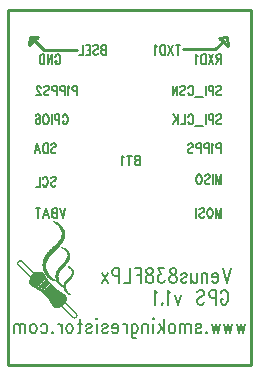
<source format=gbo>
*
*
G04 PADS 9.3 Build Number: 433611 generated Gerber (RS-274-X) file*
G04 PC Version=2.1*
*
%IN "GPS.pcb"*%
*
%MOIN*%
*
%FSDAX24Y24*%
*
*
*
*
G04 PC Standard Apertures*
*
*
G04 Thermal Relief Aperture macro.*
%AMTER*
1,1,$1,0,0*
1,0,$1-$2,0,0*
21,0,$3,$4,0,0,45*
21,0,$3,$4,0,0,135*
%
*
*
G04 Annular Aperture macro.*
%AMANN*
1,1,$1,0,0*
1,0,$2,0,0*
%
*
*
G04 Odd Aperture macro.*
%AMODD*
1,1,$1,0,0*
1,0,$1-0.005,0,0*
%
*
*
G04 PC Custom Aperture Macros*
*
*
*
*
*
*
G04 PC Aperture Table*
*
%ADD010C,0.001*%
%ADD013C,0.01*%
%ADD015C,0.005*%
%ADD036C,0.006*%
%ADD070C,0.007*%
*
*
*
*
G04 PC Circuitry*
G04 Layer Name GPS.pcb - circuitry*
%LPD*%
*
*
G04 PC Custom Flashes*
G04 Layer Name GPS.pcb - flashes*
%LPD*%
*
*
G04 PC Circuitry*
G04 Layer Name GPS.pcb - circuitry*
%LPD*%
*
G54D10*
G01X012000Y013280D02*
X012060Y013237D01*
X012108Y013184*
X012108D02*
X012137Y013122D01*
X012136Y013056*
X012110Y012994*
X012110D02*
X012069Y012938D01*
X011966Y012831*
X011966D02*
X011916Y012772D01*
X011876Y012702*
X011876D02*
X011860Y012621D01*
X011860D02*
X011868Y012542D01*
X011898Y012468*
X011950Y012408*
X012017Y012369*
X012091Y012352*
X012091D02*
X012023Y012382D01*
X012023D02*
X011967Y012426D01*
X011967D02*
X011928Y012484D01*
X011928D02*
X011908Y012550D01*
X011905Y012618*
X011905D02*
X011922Y012683D01*
X011922D02*
X011957Y012742D01*
X012004Y012796*
X012106Y012906*
X012106D02*
X012150Y012972D01*
X012150D02*
X012176Y013049D01*
X012178Y013090*
X012178D02*
X012169Y013131D01*
X012169D02*
X012128Y013200D01*
X012128D02*
X012068Y013248D01*
X012068D02*
X012000Y013280D01*
X012000*
X011794Y013920D02*
X011881Y013858D01*
X011881D02*
X011950Y013782D01*
X011950D02*
X011975Y013739D01*
X011975D02*
X011991Y013693D01*
X011991D02*
X011996Y013646D01*
X011996D02*
X011990Y013599D01*
X011990D02*
X011953Y013510D01*
X011953D02*
X011893Y013430D01*
X011893D02*
X011746Y013278D01*
X011674Y013193*
X011674D02*
X011618Y013092D01*
X011618D02*
X011601Y013035D01*
X011601D02*
X011594Y012977D01*
X011594D02*
X011606Y012863D01*
X011623Y012808*
X011623D02*
X011649Y012757D01*
X011683Y012710*
X011683D02*
X011723Y012671D01*
X011723D02*
X011819Y012615D01*
X011819D02*
X011925Y012592D01*
X011925D02*
X011828Y012634D01*
X011828D02*
X011748Y012698D01*
X011748D02*
X011692Y012780D01*
X011692D02*
X011663Y012875D01*
X011663D02*
X011659Y012973D01*
X011659D02*
X011684Y013065D01*
X011733Y013149*
X011733D02*
X011800Y013227D01*
X011800D02*
X011947Y013384D01*
X011947D02*
X012010Y013479D01*
X012010D02*
X012033Y013532D01*
X012033D02*
X012047Y013589D01*
X012047D02*
X012049Y013648D01*
X012049D02*
X012038Y013707D01*
X012013Y013760*
X012013D02*
X011979Y013805D01*
X011979D02*
X011893Y013875D01*
X011893D02*
X011794Y013920D01*
X011794D02*
X011794D01*
X011524Y014779D02*
X011649Y014682D01*
X011702Y014626*
X011747Y014564*
X011747D02*
X011781Y014499D01*
X011781D02*
X011801Y014429D01*
X011801D02*
X011805Y014359D01*
X011805D02*
X011793Y014290D01*
X011793D02*
X011768Y014223D01*
X011732Y014159*
X011732D02*
X011638Y014044D01*
X011638D02*
X011409Y013828D01*
X011296Y013706*
X011296D02*
X011247Y013636D01*
X011247D02*
X011206Y013560D01*
X011206D02*
X011178Y013477D01*
X011163Y013391*
X011161Y013304*
X011161D02*
X011163Y013283D01*
X011163D02*
X011166Y013262D01*
X011173Y013220*
X011195Y013137*
X011195D02*
X011230Y013059D01*
X011230D02*
X011277Y012988D01*
X011277D02*
X011334Y012927D01*
X011334D02*
X011401Y012876D01*
X011401D02*
X011474Y012837D01*
X011474D02*
X011550Y012810D01*
X011550D02*
X011630Y012795D01*
X011630D02*
X011556Y012826D01*
X011556D02*
X011488Y012865D01*
X011488D02*
X011427Y012911D01*
X011427D02*
X011373Y012965D01*
X011373D02*
X011329Y013025D01*
X011329D02*
X011296Y013091D01*
X011272Y013161*
X011272D02*
X011259Y013233D01*
X011259D02*
X011256Y013270D01*
X011256D02*
X011255Y013288D01*
X011255D02*
Y013307D01*
X011255D02*
X011260Y013380D01*
X011275Y013449*
X011275D02*
X011302Y013515D01*
X011302D02*
X011382Y013637D01*
X011382D02*
X011486Y013748D01*
X011486D02*
X011601Y013857D01*
X011716Y013973*
X011816Y014108*
X011816D02*
X011854Y014186D01*
X011854D02*
X011878Y014270D01*
X011878D02*
X011885Y014358D01*
X011885D02*
X011872Y014446D01*
X011839Y014526*
X011839D02*
X011791Y014597D01*
X011733Y014656*
X011668Y014706*
X011668D02*
X011598Y014747D01*
X011598D02*
X011524Y014779D01*
X011524D02*
X011524D01*
X011432Y012085D02*
X011406Y012126D01*
X011406D02*
X011710Y012437D01*
X011751Y012410*
X011751D02*
X011432Y012085D01*
X011432D02*
X011432D01*
X011154Y012421D02*
X011118Y012453D01*
X011118D02*
X011292Y012627D01*
X011385Y012725D02*
X011417Y012689D01*
X011417D02*
X011154Y012421D01*
X011154D02*
X011154D01*
X011073Y012489D02*
X011034Y012518D01*
X011317Y012807*
X011347Y012769*
X011347D02*
X011073Y012489D01*
X011073D02*
X011073D01*
X010985Y012551D02*
X010943Y012576D01*
X010943D02*
X011254Y012894D01*
X011254D02*
X011282Y012854D01*
X011282D02*
X010985Y012551D01*
X010985D02*
X010985D01*
X010818Y013008D02*
X010782Y012965D01*
X010782D02*
X010753Y012914D01*
X010753D02*
X010733Y012859D01*
X010723Y012803*
X010723D02*
X010727Y012748D01*
X010746Y012697*
X010746D02*
X010782Y012654D01*
X010782D02*
X010838Y012622D01*
X010838D02*
X010954Y012567D01*
X011062Y012498*
X011162Y012417*
X011162D02*
X011253Y012329D01*
X011334Y012236*
X011334D02*
X011404Y012143D01*
X011404D02*
X011506Y011968D01*
X011506D02*
X011531Y011935D01*
X011565Y011915*
X011565D02*
X011607Y011907D01*
X011653Y011909*
X011653D02*
X011751Y011943D01*
X011751D02*
X011839Y012008D01*
X011839*
X011901Y012096*
X011901D02*
X011933Y012194D01*
X011933D02*
X011935Y012241D01*
X011926Y012282*
X011926D02*
X011905Y012316D01*
X011905D02*
X011872Y012341D01*
X011784Y012387*
X011784D02*
X011693Y012447D01*
X011693D02*
X011510Y012599D01*
X011510D02*
X011341Y012786D01*
X011267Y012888*
X011267D02*
X011204Y012995D01*
X011170Y013039*
X011170D02*
X011127Y013070D01*
X011076Y013087*
X011076D02*
X011021Y013092D01*
X011021D02*
X010965Y013085D01*
X010965D02*
X010910Y013069D01*
X010910D02*
X010860Y013042D01*
X010860D02*
X010818Y013008D01*
X010818*
X010818*
X010876Y012927D02*
X010893Y012953D01*
X010893D02*
X010899Y012983D01*
X010893Y013013*
X010875Y013038*
X010875D02*
X010460Y013445D01*
X010460D02*
X010433Y013462D01*
X010433D02*
X010404Y013468D01*
X010374Y013462*
X010374D02*
X010348Y013444D01*
X010348D02*
X010348D01*
X010348D02*
X010331Y013418D01*
X010331D02*
X010326Y013388D01*
X010326D02*
X010332Y013359D01*
X010332D02*
X010350Y013333D01*
X010765Y012926*
X010791Y012909*
X010791D02*
X010821Y012904D01*
X010850Y012910*
X010850D02*
X010876Y012927D01*
X010876D02*
X010876D01*
X010876D02*
X010876D01*
X010758Y012919D02*
X010788Y012900D01*
X010821Y012894*
X010854Y012901*
X010883Y012920*
X010883D02*
X010902Y012950D01*
X010902D02*
X010908Y012983D01*
X010908D02*
X010901Y013016D01*
X010901D02*
X010882Y013045D01*
X010882D02*
X010466Y013452D01*
X010466D02*
X010437Y013471D01*
X010437D02*
X010404Y013477D01*
X010404D02*
X010371Y013470D01*
X010371D02*
X010342Y013451D01*
X010323Y013421*
X010323D02*
X010316Y013388D01*
X010316D02*
X010323Y013355D01*
X010323D02*
X010343Y013326D01*
X010758Y012919*
X010758D02*
X010758D01*
X011738Y012118D02*
X011721Y012092D01*
X011721D02*
X011716Y012062D01*
X011716D02*
X011722Y012033D01*
X011739Y012007*
X011739D02*
X012155Y011600D01*
X012155D02*
X012181Y011583D01*
X012181D02*
X012211Y011578D01*
X012240Y011584*
X012240D02*
X012266Y011601D01*
X012266D02*
X012266D01*
X012266D02*
X012283Y011628D01*
X012288Y011657*
X012288D02*
X012282Y011687D01*
X012282D02*
X012265Y011713D01*
X011849Y012119*
X011849D02*
X011823Y012136D01*
X011823D02*
X011794Y012142D01*
X011764Y012136*
X011764D02*
X011738Y012118D01*
X011738D02*
X011738D01*
X011738D02*
X011738D01*
X012148Y011593D02*
X012177Y011574D01*
X012177D02*
X012211Y011568D01*
X012211D02*
X012244Y011575D01*
X012273Y011595*
X012292Y011624*
X012292D02*
X012298Y011657D01*
X012298D02*
X012291Y011691D01*
X012291D02*
X012271Y011720D01*
X012271D02*
X011856Y012126D01*
X011856D02*
X011827Y012145D01*
X011827D02*
X011794Y012151D01*
X011794D02*
X011760Y012145D01*
X011760D02*
X011731Y012125D01*
X011731D02*
X011712Y012096D01*
X011712D02*
X011706Y012062D01*
X011706D02*
X011713Y012029D01*
X011713D02*
X011733Y012000D01*
X011733D02*
X012148Y011593D01*
X012148D02*
X012148D01*
X012298Y011658D02*
Y011656D01*
X012285Y011672D02*
Y011699D01*
Y011641D02*
Y011614D01*
X012273Y011701D02*
Y011718D01*
Y011612D02*
Y011595D01*
X012260Y011717D02*
Y011730D01*
Y011598D02*
Y011586D01*
X012248Y011729D02*
Y011743D01*
Y011589D02*
Y011578D01*
X012236Y011741D02*
Y011755D01*
Y011583D02*
Y011573D01*
X012223Y011753D02*
Y011767D01*
Y011580D02*
Y011571D01*
X012211Y011766D02*
Y011779D01*
Y011578D02*
Y011568D01*
X012198Y011778D02*
Y011791D01*
Y011580D02*
Y011571D01*
X012186Y011790D02*
Y011804D01*
Y011582D02*
Y011573D01*
X012173Y013041D02*
Y013111D01*
Y011816D02*
Y011802D01*
Y011577D02*
Y011588D01*
X012161Y013145D02*
Y013003D01*
Y011814D02*
Y011828D01*
Y011596D02*
Y011585D01*
X012148Y012969D02*
Y013166D01*
Y011840D02*
Y011827D01*
Y011593D02*
Y011606D01*
X012136Y013187D02*
Y013123D01*
Y012950D02*
Y013057D01*
Y011852D02*
Y011839D01*
Y011605D02*
Y011619D01*
X012124Y013204D02*
Y013150D01*
Y012931D02*
Y013026D01*
Y011864D02*
Y011851D01*
Y011617D02*
Y011631D01*
X012111Y013214D02*
Y013178D01*
Y012913D02*
Y012996D01*
Y011877D02*
Y011863D01*
Y011629D02*
Y011643D01*
X012099Y013224D02*
Y013194D01*
Y012898D02*
Y012978D01*
Y011889D02*
Y011875D01*
Y011642D02*
Y011655D01*
X012086Y013234D02*
Y013208D01*
Y012884D02*
Y012961D01*
Y012354D02*
Y012353D01*
Y011888D02*
Y011901D01*
Y011667D02*
Y011654D01*
X012074Y013222D02*
Y013244D01*
Y012945D02*
Y012871D01*
Y012356D02*
Y012360D01*
Y011913D02*
Y011900D01*
Y011666D02*
Y011680D01*
X012061Y013252D02*
Y013235D01*
Y012858D02*
Y012930D01*
Y012365D02*
Y012359D01*
Y011912D02*
Y011925D01*
Y011692D02*
Y011678D01*
X012049Y013634D02*
Y013651D01*
Y013257D02*
Y013244D01*
Y012844D02*
Y012917D01*
Y012371D02*
Y012362D01*
Y011924D02*
Y011938D01*
Y011704D02*
Y011690D01*
X012036Y013544D02*
Y013709D01*
Y013263D02*
Y013253D01*
Y012831D02*
Y012904D01*
Y012376D02*
Y012364D01*
Y011936D02*
Y011950D01*
Y011716D02*
Y011703D01*
X012024Y013510D02*
Y013736D01*
Y013268D02*
Y013262D01*
Y012818D02*
Y012892D01*
Y012382D02*
Y012367D01*
Y011948D02*
Y011962D01*
Y011728D02*
Y011715D01*
X012012Y013481D02*
Y013762D01*
Y013274D02*
Y013271D01*
Y012804D02*
Y012879D01*
Y012391D02*
Y012372D01*
Y011961D02*
Y011974D01*
Y011740D02*
Y011727D01*
X011999Y013462D02*
Y013778D01*
Y012866D02*
Y012790D01*
Y012379D02*
Y012401D01*
Y011986D02*
Y011973D01*
Y011739D02*
Y011753D01*
X011987Y013795D02*
Y013705D01*
Y013443D02*
Y013592D01*
Y012853D02*
Y012776D01*
Y012386D02*
Y012411D01*
Y011999D02*
Y011985D01*
Y011751D02*
Y011765D01*
X011974Y013809D02*
Y013741D01*
Y013425D02*
Y013562D01*
Y012840D02*
Y012762D01*
Y012394D02*
Y012421D01*
Y012011D02*
Y011997D01*
Y011764D02*
Y011777D01*
X011962Y013819D02*
Y013763D01*
Y013406D02*
Y013532D01*
Y012827D02*
Y012747D01*
Y012401D02*
Y012435D01*
Y012023D02*
Y012009D01*
Y011776D02*
Y011789D01*
X011949Y013829D02*
Y013784D01*
Y013387D02*
Y013505D01*
Y012812D02*
Y012729D01*
Y012408D02*
Y012453D01*
Y012035D02*
Y012022D01*
Y011788D02*
Y011801D01*
X011937Y013840D02*
Y013797D01*
Y013373D02*
Y013489D01*
Y012797D02*
Y012708D01*
Y012423D02*
Y012471D01*
Y012047D02*
Y012034D01*
Y011800D02*
Y011814D01*
X011924Y013850D02*
Y013811D01*
Y013360D02*
Y013472D01*
Y012782D02*
Y012686D01*
Y012592D02*
X011924D01*
Y012496D02*
Y012437D01*
Y012167D02*
Y012285D01*
Y012059D02*
Y012046D01*
Y011812D02*
Y011826D01*
X011912Y013860D02*
Y013824D01*
Y013346D02*
Y013455D01*
Y012765D02*
Y012644D01*
Y012595D02*
Y012598D01*
Y012536D02*
Y012451D01*
Y012129D02*
Y012305D01*
Y012072D02*
Y012058D01*
Y011824D02*
Y011838D01*
X011900Y013870D02*
Y013838D01*
Y013333D02*
Y013438D01*
Y012743D02*
Y012603D01*
Y012466D02*
Y012598D01*
Y012320D02*
Y012094D01*
Y012070D02*
Y012084D01*
Y011850D02*
Y011837D01*
X011887Y013852D02*
Y013878D01*
Y013424D02*
Y013320D01*
Y012608D02*
Y012721D01*
Y012600D02*
Y012494D01*
Y012096D02*
Y012330D01*
Y012083D02*
Y012076D01*
Y011849D02*
Y011862D01*
X011875Y014427D02*
Y014259D01*
Y013863D02*
Y013883D01*
Y013411D02*
Y013306D01*
Y012614D02*
Y012693D01*
Y012603D02*
Y012525D01*
Y012108D02*
Y012339D01*
Y012095D02*
Y012058D01*
Y011861D02*
Y011875D01*
X011862Y014469D02*
Y014216D01*
Y013872D02*
Y013889D01*
Y013398D02*
Y013293D01*
Y012619D02*
Y012634D01*
Y012606D02*
Y012596D01*
Y012120D02*
Y012346D01*
Y012107D02*
Y012041D01*
Y011873D02*
Y011887D01*
X011850Y014499D02*
Y014178D01*
Y013880D02*
Y013895D01*
Y013385D02*
Y013280D01*
Y012609D02*
Y012625D01*
Y012352D02*
Y012130D01*
Y012023D02*
Y012119D01*
Y011899D02*
Y011885D01*
X011837Y014153D02*
Y014528D01*
Y013900D02*
Y013889D01*
Y013266D02*
Y013372D01*
Y012630D02*
Y012611D01*
Y012139D02*
Y012359D01*
Y012127D02*
Y012007D01*
Y011898D02*
Y011911D01*
X011825Y014547D02*
Y014127D01*
Y013898D02*
Y013906D01*
Y013360D02*
Y013253D01*
Y012614D02*
Y012637D01*
Y012366D02*
Y012146D01*
Y011998D02*
Y012135D01*
Y011923D02*
Y011910D01*
X011812Y014104D02*
Y014565D01*
Y013912D02*
Y013907D01*
Y013240D02*
Y013347D01*
Y012647D02*
Y012619D01*
Y012148D02*
Y012372D01*
Y012138D02*
Y011988D01*
Y011922D02*
Y011936D01*
X011800Y014583D02*
Y014432D01*
Y014087D02*
Y014329D01*
Y013917D02*
Y013916D01*
Y013226D02*
Y013334D01*
Y012657D02*
Y012626D01*
Y012150D02*
Y012379D01*
Y012141D02*
Y011979D01*
Y011934D02*
Y011948D01*
X011788Y014600D02*
Y014476D01*
Y014070D02*
Y014274D01*
Y013321D02*
Y013212D01*
Y012634D02*
Y012667D01*
Y012386D02*
Y012150D01*
Y011970D02*
Y012141D01*
Y011960D02*
Y011946D01*
X011775Y014510D02*
Y014613D01*
Y014242D02*
Y014053D01*
Y013198D02*
Y013308D01*
Y012676D02*
Y012641D01*
Y012148D02*
Y012393D01*
Y012138D02*
Y011972D01*
Y011959D02*
Y011961D01*
X011763Y014625D02*
Y014534D01*
Y014036D02*
Y014213D01*
Y013295D02*
Y013183D01*
Y012648D02*
Y012686D01*
Y012402D02*
Y012145D01*
Y011984D02*
Y012135D01*
Y011971D02*
Y011952D01*
X011750Y014558D02*
Y014638D01*
Y014191D02*
Y014019D01*
Y013169D02*
Y013283D01*
Y012696D02*
Y012655D01*
Y012410D02*
Y012411D01*
Y012409D02*
Y012138D01*
Y011996D02*
Y012126D01*
Y011983D02*
Y011943D01*
X011738Y014577D02*
Y014651D01*
Y014169D02*
Y014003D01*
Y013154D02*
Y013269D01*
Y012713D02*
Y012662D01*
Y012418D02*
Y012419D01*
Y012397D02*
Y012129D01*
Y012009D02*
Y012117D01*
Y011995D02*
Y011938D01*
X011725Y014594D02*
Y014662D01*
Y014151D02*
Y013986D01*
Y013135D02*
Y013254D01*
Y012731D02*
Y012670D01*
Y012426D02*
Y012427D01*
Y012384D02*
Y012116D01*
Y012028D02*
Y012098D01*
Y012011D02*
Y011934D01*
X011713Y014611D02*
Y014671D01*
Y014135D02*
Y013970D01*
Y013114D02*
Y013239D01*
Y012750D02*
Y012681D01*
Y012434D02*
Y012435D01*
Y012371D02*
Y012096D01*
Y011930D02*
Y012030D01*
X011700Y014681D02*
Y014627D01*
Y013957D02*
Y014120D01*
Y013224D02*
Y013093D01*
Y012693D02*
Y012768D01*
Y012442D02*
Y012427D01*
Y011926D02*
Y012359D01*
X011688Y014690D02*
Y014641D01*
Y013945D02*
Y014105D01*
Y013209D02*
Y013072D01*
Y012705D02*
Y012793D01*
Y012451D02*
Y012414D01*
Y011921D02*
Y012346D01*
X011676Y014700D02*
Y014654D01*
Y013932D02*
Y014090D01*
Y013194D02*
Y013034D01*
Y012720D02*
Y012834D01*
Y012462D02*
Y012402D01*
Y011917D02*
Y012333D01*
X011663Y014709D02*
Y014667D01*
Y013919D02*
Y014074D01*
Y013172D02*
Y012987D01*
Y012737D02*
Y012875D01*
Y012472D02*
Y012389D01*
Y011913D02*
Y012320D01*
X011651Y014716D02*
Y014680D01*
Y013907D02*
Y014059D01*
Y013150D02*
Y012754D01*
Y012376D02*
Y012482D01*
Y012308D02*
Y011909D01*
X011638Y014690D02*
Y014723D01*
Y014044D02*
Y013894D01*
Y012778D02*
Y013128D01*
Y012493D02*
Y012363D01*
Y011908D02*
Y012295D01*
X011626Y014731D02*
Y014700D01*
Y013882D02*
Y014032D01*
Y013106D02*
Y012803D01*
Y012796D02*
Y012797D01*
Y012503D02*
Y012351D01*
Y011908D02*
Y012282D01*
X011613Y014738D02*
Y014710D01*
Y013869D02*
Y014020D01*
Y013076D02*
Y012839D01*
Y012798D02*
Y012802D01*
Y012513D02*
Y012338D01*
Y011907D02*
Y012270D01*
X011601Y014745D02*
Y014719D01*
Y013857D02*
Y014009D01*
Y013033D02*
Y012910D01*
Y012801D02*
Y012807D01*
Y012524D02*
Y012325D01*
Y011908D02*
Y012257D01*
X011588Y014751D02*
Y014729D01*
Y013845D02*
Y013997D01*
Y012813D02*
Y012803D01*
Y012313D02*
Y012534D01*
Y012244D02*
Y011910D01*
X011576Y014739D02*
Y014757D01*
Y013985D02*
Y013833D01*
Y012805D02*
Y012818D01*
Y012544D02*
Y012300D01*
Y011913D02*
Y012232D01*
X011564Y014762D02*
Y014748D01*
Y013821D02*
Y013974D01*
Y012823D02*
Y012808D01*
Y012287D02*
Y012555D01*
Y012219D02*
Y011916D01*
X011551Y014758D02*
Y014767D01*
Y013962D02*
Y013809D01*
Y012810D02*
Y012829D01*
Y012565D02*
Y012275D01*
Y011923D02*
Y012206D01*
X011539Y014773D02*
Y014768D01*
Y013798D02*
Y013950D01*
Y012836D02*
Y012814D01*
Y012262D02*
Y012576D01*
Y012193D02*
Y011930D01*
X011526Y014778D02*
X011526D01*
Y013939D02*
Y013786D01*
Y012819D02*
Y012843D01*
Y012586D02*
Y012249D01*
Y011941D02*
Y012181D01*
X011514Y013927D02*
Y013774D01*
Y012823D02*
Y012850D01*
Y012596D02*
Y012236D01*
Y011958D02*
Y012168D01*
X011501Y013915D02*
Y013762D01*
Y012828D02*
Y012857D01*
Y012609D02*
Y012224D01*
Y011976D02*
Y012155D01*
X011489Y013903D02*
Y013750D01*
Y012832D02*
Y012864D01*
Y012623D02*
Y012211D01*
Y011998D02*
Y012143D01*
X011476Y013892D02*
Y013737D01*
Y012836D02*
Y012874D01*
Y012636D02*
Y012198D01*
Y012019D02*
Y012130D01*
X011464Y013880D02*
Y013724D01*
Y012843D02*
Y012883D01*
Y012650D02*
Y012186D01*
Y012040D02*
Y012117D01*
X011452Y013868D02*
Y013711D01*
Y012849D02*
Y012893D01*
Y012664D02*
Y012173D01*
Y012061D02*
Y012104D01*
X011439Y013857D02*
Y013698D01*
Y012856D02*
Y012902D01*
Y012678D02*
Y012160D01*
Y012083D02*
Y012092D01*
X011427Y013845D02*
Y013684D01*
Y012863D02*
Y012911D01*
Y012691D02*
Y012147D01*
Y012093D02*
Y012104D01*
X011414Y013833D02*
Y013671D01*
Y012869D02*
Y012924D01*
Y012705D02*
Y012692D01*
Y012135D02*
Y012686D01*
Y012125D02*
Y012113D01*
X011402Y013658D02*
Y013820D01*
Y012937D02*
Y012876D01*
Y012706D02*
Y012719D01*
Y012674D02*
Y012146D01*
X011389Y013645D02*
Y013807D01*
Y012949D02*
Y012885D01*
Y012719D02*
Y012732D01*
Y012661D02*
Y012162D01*
X011377Y013629D02*
Y013793D01*
Y012962D02*
Y012895D01*
Y012717D02*
Y012746D01*
Y012648D02*
Y012179D01*
X011364Y013610D02*
Y013780D01*
Y012977D02*
Y012904D01*
Y012704D02*
Y012760D01*
Y012636D02*
Y012196D01*
X011352Y013591D02*
Y013766D01*
Y012994D02*
Y012913D01*
Y012691D02*
Y012773D01*
Y012623D02*
Y012212D01*
X011340Y013572D02*
Y013753D01*
Y013011D02*
Y012923D01*
Y012778D02*
Y012788D01*
Y012762D02*
Y012679D01*
Y012229D02*
Y012610D01*
X011327Y013739D02*
Y013553D01*
Y012934D02*
Y013029D01*
Y012805D02*
Y012794D01*
Y012666D02*
Y012749D01*
Y012598D02*
Y012244D01*
X011315Y013534D02*
Y013726D01*
Y013054D02*
Y012948D01*
Y012805D02*
Y012822D01*
Y012736D02*
Y012653D01*
Y012258D02*
Y012585D01*
X011302Y013712D02*
Y013515D01*
Y012961D02*
Y013078D01*
Y012840D02*
Y012792D01*
Y012641D02*
Y012724D01*
Y012572D02*
Y012272D01*
X011290Y013485D02*
Y013696D01*
Y013108D02*
Y012974D01*
Y012779D02*
Y012857D01*
Y012711D02*
Y012628D01*
Y012287D02*
Y012559D01*
X011277Y013679D02*
Y013454D01*
Y012988D02*
Y013146D01*
Y012874D02*
Y012860D01*
Y012767D02*
Y012850D01*
Y012698D02*
Y012615D01*
Y012301D02*
Y012547D01*
X011265Y013661D02*
Y013403D01*
Y013006D02*
Y013201D01*
Y012892D02*
Y012878D01*
Y012754D02*
Y012837D01*
Y012686D02*
Y012602D01*
Y012315D02*
Y012534D01*
X011252Y013644D02*
Y013025D01*
Y012893D02*
Y012913D01*
Y012824D02*
Y012741D01*
Y012590D02*
Y012673D01*
Y012521D02*
Y012329D01*
X011240Y013044D02*
Y013623D01*
Y012934D02*
Y012880D01*
Y012729D02*
Y012812D01*
Y012660D02*
Y012577D01*
Y012341D02*
Y012509D01*
X011228Y013599D02*
Y013064D01*
Y012867D02*
Y012955D01*
Y012799D02*
Y012716D01*
Y012564D02*
Y012647D01*
Y012496D02*
Y012353D01*
X011215Y013092D02*
Y013576D01*
Y012976D02*
Y012855D01*
Y012703D02*
Y012786D01*
Y012635D02*
Y012552D01*
Y012365D02*
Y012483D01*
X011203Y013549D02*
Y013120D01*
Y012842D02*
Y012997D01*
Y012774D02*
Y012690D01*
Y012539D02*
Y012622D01*
Y012470D02*
Y012377D01*
X011190Y013156D02*
Y013513D01*
Y013013D02*
Y012829D01*
Y012678D02*
Y012761D01*
Y012609D02*
Y012526D01*
Y012389D02*
Y012458D01*
X011178Y013477D02*
Y013202D01*
Y012817D02*
Y013030D01*
Y012748D02*
Y012665D01*
Y012513D02*
Y012597D01*
Y012445D02*
Y012401D01*
X011165Y013267D02*
Y013406D01*
Y013043D02*
Y012804D01*
Y012652D02*
Y012736D01*
Y012584D02*
Y012501D01*
Y012414D02*
Y012432D01*
X011153Y013052D02*
Y012791D01*
Y012640D02*
Y012723D01*
Y012571D02*
Y012488D01*
Y012422D02*
Y012424D01*
X011140Y013060D02*
Y012779D01*
Y012627D02*
Y012710D01*
Y012559D02*
Y012475D01*
Y012433D02*
Y012434D01*
X011128Y013069D02*
Y012766D01*
Y012614D02*
Y012697D01*
Y012546D02*
Y012463D01*
Y012444D02*
X011128D01*
X011116Y013073D02*
Y012753D01*
Y012602D02*
Y012685D01*
Y012533D02*
Y012454D01*
X011103Y012740D02*
Y013078D01*
Y012672D02*
Y012589D01*
Y012464D02*
Y012520D01*
X011091Y013082D02*
Y012728D01*
Y012576D02*
Y012659D01*
Y012508D02*
Y012474D01*
X011078Y012715D02*
Y013086D01*
Y012647D02*
Y012563D01*
Y012484D02*
Y012495D01*
X011066Y013088D02*
Y012702D01*
Y012551D02*
Y012634D01*
Y012494D02*
X011066D01*
X011053Y012690D02*
Y013089D01*
Y012621D02*
Y012538D01*
Y012503D02*
Y012504D01*
X011041Y013090D02*
Y012677D01*
Y012525D02*
Y012608D01*
Y012513D02*
Y012511D01*
X011028Y012664D02*
Y013091D01*
Y012596D02*
Y012519D01*
X011016Y012651D02*
Y013091D01*
Y012583D02*
Y012527D01*
X011004Y012639D02*
Y013090D01*
Y012570D02*
Y012535D01*
X010991Y012626D02*
Y013088D01*
Y012558D02*
Y012543D01*
X010979Y012613D02*
Y013087D01*
Y012555D02*
Y012551D01*
X010966Y012601D02*
Y013086D01*
Y012562D02*
Y012559D01*
X010954Y012588D02*
Y013082D01*
Y012570D02*
Y012567D01*
X010941Y012573D02*
Y013078D01*
X010929Y013074D02*
Y012579D01*
X010916Y012585D02*
Y013071D01*
X010904Y013065D02*
Y013004D01*
Y012591D02*
Y012960D01*
X010892Y013059D02*
Y013031D01*
Y012951D02*
Y013014D01*
Y012934D02*
Y012597D01*
X010879Y013048D02*
Y013052D01*
Y013032D02*
Y012932D01*
Y012602D02*
Y012918D01*
X010867Y013060D02*
Y013047D01*
Y012921D02*
Y013046D01*
Y012909D02*
Y012608D01*
X010854Y013059D02*
Y013072D01*
Y013038D02*
Y012912D01*
Y012614D02*
Y012901D01*
X010842Y013084D02*
Y013071D01*
Y012908D02*
Y013028D01*
Y012898D02*
Y012620D01*
X010829Y013083D02*
Y013097D01*
Y013017D02*
Y012905D01*
Y012627D02*
Y012896D01*
X010817Y013109D02*
Y013095D01*
Y012904D02*
Y013007D01*
Y012895D02*
Y012634D01*
X010804Y013107D02*
Y013121D01*
Y012992D02*
Y012907D01*
Y012642D02*
Y012897D01*
X010792Y013133D02*
Y013120D01*
Y012909D02*
Y012976D01*
Y012899D02*
Y012649D01*
X010780Y013132D02*
Y013145D01*
Y012960D02*
Y012916D01*
Y012658D02*
Y012905D01*
X010767Y013158D02*
Y013144D01*
Y012925D02*
Y012938D01*
Y012913D02*
Y012672D01*
X010755Y013156D02*
Y013170D01*
Y012936D02*
Y012923D01*
Y012687D02*
Y012916D01*
X010742Y013182D02*
Y013168D01*
Y012935D02*
Y012948D01*
Y012884D02*
Y012707D01*
X010730Y013181D02*
Y013194D01*
Y012960D02*
Y012947D01*
Y012740D02*
Y012841D01*
X010717Y013206D02*
Y013193D01*
Y012959D02*
Y012973D01*
X010705Y013218D02*
Y013205D01*
Y012971D02*
Y012985D01*
X010692Y013231D02*
Y013217D01*
Y012983D02*
Y012997D01*
X010680Y013243D02*
Y013229D01*
Y012996D02*
Y013009D01*
X010668Y013255D02*
Y013242D01*
Y013008D02*
Y013021D01*
X010655Y013267D02*
Y013254D01*
Y013020D02*
Y013034D01*
X010643Y013279D02*
Y013266D01*
Y013032D02*
Y013046D01*
X010630Y013292D02*
Y013278D01*
Y013044D02*
Y013058D01*
X010618Y013304D02*
Y013290D01*
Y013057D02*
Y013070D01*
X010605Y013316D02*
Y013302D01*
Y013069D02*
Y013082D01*
X010593Y013328D02*
Y013315D01*
Y013081D02*
Y013094D01*
X010580Y013340D02*
Y013327D01*
Y013093D02*
Y013107D01*
X010568Y013353D02*
Y013339D01*
Y013105D02*
Y013119D01*
X010556Y013365D02*
Y013351D01*
Y013118D02*
Y013131D01*
X010543Y013377D02*
Y013363D01*
Y013130D02*
Y013143D01*
X010531Y013389D02*
Y013376D01*
Y013142D02*
Y013155D01*
X010518Y013401D02*
Y013388D01*
Y013154D02*
Y013168D01*
X010506Y013413D02*
Y013400D01*
Y013166D02*
Y013180D01*
X010493Y013426D02*
Y013412D01*
Y013179D02*
Y013192D01*
X010481Y013438D02*
Y013424D01*
Y013191D02*
Y013204D01*
X010468Y013450D02*
Y013437D01*
Y013203D02*
Y013216D01*
X010456Y013459D02*
Y013448D01*
Y013215D02*
Y013229D01*
X010444Y013467D02*
Y013456D01*
Y013227D02*
Y013241D01*
X010431Y013472D02*
Y013463D01*
Y013239D02*
Y013253D01*
X010419Y013474D02*
Y013465D01*
Y013252D02*
Y013265D01*
X010406Y013477D02*
Y013467D01*
Y013264D02*
Y013277D01*
X010394Y013475D02*
Y013465D01*
Y013276D02*
Y013289D01*
X010381Y013473D02*
Y013463D01*
Y013288D02*
Y013302D01*
X010369Y013469D02*
Y013458D01*
Y013300D02*
Y013314D01*
X010356Y013461D02*
Y013449D01*
Y013313D02*
Y013326D01*
X010344Y013452D02*
Y013437D01*
Y013325D02*
Y013341D01*
X010332Y013435D02*
Y013418D01*
Y013343D02*
Y013361D01*
X010319Y013403D02*
Y013375D01*
G54D13*
X010000Y010000D02*
Y021811D01*
X018110*
Y010000*
X010000*
X010720Y020640D02*
X010732Y020922D01*
X010732D02*
X011014Y020910D01*
X011014D02*
X010720Y020640D01*
X017040Y020880D02*
X017321Y020911D01*
X017352Y020630*
X017040Y020880*
X017200Y020800D02*
X016920Y020520D01*
X015840*
X010800Y020880D02*
X011200Y020480D01*
X012320*
G54D15*
X014400Y016968D02*
Y016640D01*
Y016968D02*
X014297D01*
X014297D02*
X014263Y016952D01*
X014263D02*
X014252Y016936D01*
X014252D02*
X014240Y016905D01*
X014240D02*
Y016874D01*
X014240D02*
X014252Y016843D01*
X014263Y016827*
X014263D02*
X014297Y016811D01*
X014400D02*
X014297D01*
X014297D02*
X014263Y016796D01*
X014263D02*
X014252Y016780D01*
X014252D02*
X014240Y016749D01*
X014240D02*
Y016702D01*
X014240D02*
X014252Y016671D01*
X014263Y016655*
X014263D02*
X014297Y016640D01*
X014297D02*
X014400D01*
X014059Y016968D02*
Y016640D01*
X014138Y016968D02*
X013979D01*
X013877Y016905D02*
X013854Y016921D01*
X013854D02*
X013820Y016968D01*
Y016640*
G54D36*
X011589Y020259D02*
X011600Y020290D01*
X011600D02*
X011623Y020321D01*
X011623D02*
X011646Y020337D01*
X011646D02*
X011691D01*
X011691D02*
X011714Y020321D01*
X011714D02*
X011737Y020290D01*
X011737D02*
X011748Y020259D01*
X011748D02*
X011760Y020212D01*
X011760D02*
Y020134D01*
X011748Y020087*
X011748D02*
X011737Y020056D01*
X011714Y020025*
X011714D02*
X011691Y020009D01*
X011691D02*
X011646D01*
X011623Y020025*
X011623D02*
X011600Y020056D01*
X011600D02*
X011589Y020087D01*
X011589D02*
Y020134D01*
X011646D02*
X011589D01*
X011487Y020337D02*
Y020009D01*
Y020337D02*
X011328Y020009D01*
Y020337D02*
Y020009D01*
X011225Y020337D02*
Y020009D01*
Y020337D02*
X011146D01*
X011146D02*
X011112Y020321D01*
X011112D02*
X011089Y020290D01*
X011089D02*
X011078Y020259D01*
X011066Y020212*
X011066D02*
Y020134D01*
X011066D02*
X011078Y020087D01*
X011078D02*
X011089Y020056D01*
X011089D02*
X011112Y020025D01*
X011146Y020009*
X011225*
X012320Y019297D02*
Y018969D01*
Y019297D02*
X012217D01*
X012217D02*
X012183Y019281D01*
X012183D02*
X012172Y019266D01*
X012160Y019235*
X012160D02*
Y019188D01*
X012160D02*
X012172Y019156D01*
X012172D02*
X012183Y019141D01*
X012183D02*
X012217Y019125D01*
X012217D02*
X012320D01*
X012058Y019235D02*
X012035Y019250D01*
X012035D02*
X012001Y019297D01*
X012001D02*
Y018969D01*
X011899Y019297D02*
Y018969D01*
Y019297D02*
X011797D01*
X011797D02*
X011763Y019281D01*
X011763D02*
X011751Y019266D01*
X011751D02*
X011740Y019235D01*
Y019188*
X011751Y019156*
X011751D02*
X011763Y019141D01*
X011797Y019125*
X011797D02*
X011899D01*
X011638Y019297D02*
Y018969D01*
Y019297D02*
X011535D01*
X011535D02*
X011501Y019281D01*
X011501D02*
X011490Y019266D01*
X011479Y019235*
Y019188*
X011490Y019156*
X011490D02*
X011501Y019141D01*
X011501D02*
X011535Y019125D01*
X011535D02*
X011638D01*
X011217Y019250D02*
X011240Y019281D01*
X011240D02*
X011274Y019297D01*
X011274D02*
X011320D01*
X011320D02*
X011354Y019281D01*
X011354D02*
X011376Y019250D01*
X011376D02*
Y019219D01*
X011376D02*
X011365Y019188D01*
X011354Y019172*
X011354D02*
X011331Y019156D01*
X011331D02*
X011263Y019125D01*
X011263D02*
X011240Y019110D01*
X011229Y019094*
X011217Y019063*
X011217D02*
Y019016D01*
X011217D02*
X011240Y018985D01*
X011274Y018969*
X011274D02*
X011320D01*
X011354Y018985*
X011376Y019016*
X011104Y019219D02*
Y019235D01*
X011092Y019266*
X011092D02*
X011081Y019281D01*
X011081D02*
X011058Y019297D01*
X011058D02*
X011013D01*
X011013D02*
X010990Y019281D01*
X010990D02*
X010979Y019266D01*
X010967Y019235*
X010967D02*
Y019203D01*
X010967D02*
X010979Y019172D01*
X010979D02*
X011001Y019125D01*
X011001D02*
X011115Y018969D01*
X010956*
X011829Y018259D02*
X011840Y018290D01*
X011840D02*
X011863Y018321D01*
X011863D02*
X011886Y018337D01*
X011886D02*
X011931D01*
X011931D02*
X011954Y018321D01*
X011954D02*
X011977Y018290D01*
X011977D02*
X011988Y018259D01*
X011988D02*
X012000Y018212D01*
X012000D02*
Y018134D01*
X011988Y018087*
X011988D02*
X011977Y018056D01*
X011954Y018025*
X011954D02*
X011931Y018009D01*
X011931D02*
X011886D01*
X011863Y018025*
X011863D02*
X011840Y018056D01*
X011840D02*
X011829Y018087D01*
X011829D02*
Y018134D01*
X011886D02*
X011829D01*
X011727Y018337D02*
Y018009D01*
Y018337D02*
X011625D01*
X011625D02*
X011590Y018321D01*
X011590D02*
X011579Y018306D01*
X011579D02*
X011568Y018275D01*
Y018228*
X011579Y018196*
X011579D02*
X011590Y018181D01*
X011590D02*
X011625Y018165D01*
X011625D02*
X011727D01*
X011465Y018337D02*
Y018009D01*
X011295Y018337D02*
X011318Y018321D01*
X011318D02*
X011340Y018290D01*
X011340D02*
X011352Y018259D01*
X011363Y018212*
X011363D02*
Y018134D01*
X011363D02*
X011352Y018087D01*
X011352D02*
X011340Y018056D01*
X011340D02*
X011318Y018025D01*
X011295Y018009*
X011250*
X011227Y018025*
X011204Y018056*
X011204D02*
X011193Y018087D01*
X011193D02*
X011181Y018134D01*
X011181D02*
Y018212D01*
X011181D02*
X011193Y018259D01*
X011204Y018290*
X011204D02*
X011227Y018321D01*
X011227D02*
X011250Y018337D01*
X011250D02*
X011295D01*
X010943Y018290D02*
X010954Y018321D01*
X010954D02*
X010988Y018337D01*
X010988D02*
X011011D01*
X011011D02*
X011045Y018321D01*
X011045D02*
X011068Y018275D01*
X011079Y018196*
X011079D02*
Y018118D01*
X011079D02*
X011068Y018056D01*
X011045Y018025*
X011011Y018009*
X011000*
X010965Y018025*
X010965D02*
X010943Y018056D01*
X010931Y018103*
X010931D02*
Y018118D01*
X010931D02*
X010943Y018165D01*
X010943D02*
X010965Y018196D01*
X010965D02*
X011000Y018212D01*
X011000D02*
X011011D01*
X011011D02*
X011045Y018196D01*
X011045D02*
X011068Y018165D01*
X011068D02*
X011079Y018118D01*
X011440Y017330D02*
X011463Y017361D01*
X011463D02*
X011497Y017377D01*
X011497D02*
X011543D01*
X011543D02*
X011577Y017361D01*
X011577D02*
X011600Y017330D01*
X011600D02*
Y017299D01*
X011588Y017268*
X011588D02*
X011577Y017252D01*
X011577D02*
X011554Y017236D01*
X011554D02*
X011486Y017205D01*
X011486D02*
X011463Y017190D01*
X011463D02*
X011452Y017174D01*
X011440Y017143*
X011440D02*
Y017096D01*
X011440D02*
X011463Y017065D01*
X011463D02*
X011497Y017049D01*
X011497D02*
X011543D01*
X011577Y017065*
X011600Y017096*
X011338Y017377D02*
Y017049D01*
Y017377D02*
X011259D01*
X011259D02*
X011225Y017361D01*
X011225D02*
X011202Y017330D01*
X011202D02*
X011190Y017299D01*
X011190D02*
X011179Y017252D01*
X011179D02*
Y017174D01*
X011179D02*
X011190Y017127D01*
X011190D02*
X011202Y017096D01*
X011225Y017065*
X011259Y017049*
X011338*
X010986Y017377D02*
X011077Y017049D01*
X010986Y017377D02*
X010895Y017049D01*
X011043Y017158D02*
X010929D01*
X011440Y016210D02*
X011463Y016241D01*
X011463D02*
X011497Y016257D01*
X011497D02*
X011543D01*
X011543D02*
X011577Y016241D01*
X011577D02*
X011600Y016210D01*
X011600D02*
Y016179D01*
X011588Y016148*
X011588D02*
X011577Y016132D01*
X011577D02*
X011554Y016116D01*
X011554D02*
X011486Y016085D01*
X011486D02*
X011463Y016070D01*
X011463D02*
X011452Y016054D01*
X011440Y016023*
X011440D02*
Y015976D01*
X011440D02*
X011463Y015945D01*
X011463D02*
X011497Y015929D01*
X011497D02*
X011543D01*
X011577Y015945*
X011600Y015976*
X011168Y016179D02*
X011179Y016210D01*
X011179D02*
X011202Y016241D01*
X011202D02*
X011225Y016257D01*
X011225D02*
X011270D01*
X011270D02*
X011293Y016241D01*
X011293D02*
X011315Y016210D01*
X011315D02*
X011327Y016179D01*
X011338Y016132*
X011338D02*
Y016054D01*
X011338D02*
X011327Y016007D01*
X011327D02*
X011315Y015976D01*
X011315D02*
X011293Y015945D01*
X011270Y015929*
X011225*
X011202Y015945*
X011179Y015976*
X011179D02*
X011168Y016007D01*
X011065Y016257D02*
Y015929D01*
X011065D02*
X010929D01*
X011920Y015217D02*
X011829Y014889D01*
X011738Y015217D02*
X011829Y014889D01*
X011635Y015217D02*
Y014889D01*
Y015217D02*
X011533D01*
X011533D02*
X011499Y015201D01*
X011499D02*
X011488Y015186D01*
X011476Y015155*
X011476D02*
Y015123D01*
X011476D02*
X011488Y015092D01*
X011488D02*
X011499Y015076D01*
X011499D02*
X011533Y015061D01*
X011635D02*
X011533D01*
X011533D02*
X011499Y015045D01*
X011499D02*
X011488Y015030D01*
X011476Y014998*
X011476D02*
Y014951D01*
X011476D02*
X011488Y014920D01*
X011488D02*
X011499Y014905D01*
X011499D02*
X011533Y014889D01*
X011533D02*
X011635D01*
X011283Y015217D02*
X011374Y014889D01*
X011283Y015217D02*
X011192Y014889D01*
X011340Y014998D02*
X011226D01*
X011010Y015217D02*
Y014889D01*
X011090Y015217D02*
X010931D01*
X017120Y020337D02*
Y020009D01*
Y020337D02*
X017017D01*
X017017D02*
X016983Y020321D01*
X016983D02*
X016972Y020306D01*
X016960Y020275*
X016960D02*
Y020243D01*
X016960D02*
X016972Y020212D01*
X016972D02*
X016983Y020196D01*
X016983D02*
X017017Y020181D01*
X017017D02*
X017120D01*
X017040D02*
X016960Y020009D01*
X016858Y020337D02*
X016699Y020009D01*
Y020337D02*
X016858Y020009D01*
X016597Y020337D02*
Y020009D01*
Y020337D02*
X016517D01*
X016517D02*
X016483Y020321D01*
X016483D02*
X016460Y020290D01*
X016460D02*
X016449Y020259D01*
X016449D02*
X016438Y020212D01*
X016438D02*
Y020134D01*
X016449Y020087*
X016449D02*
X016460Y020056D01*
X016460D02*
X016483Y020025D01*
X016483D02*
X016517Y020009D01*
X016517D02*
X016597D01*
X016335Y020275D02*
X016313Y020290D01*
X016313D02*
X016279Y020337D01*
X016279D02*
Y020009D01*
X016960Y019250D02*
X016983Y019281D01*
X016983D02*
X017017Y019297D01*
X017017D02*
X017063D01*
X017063D02*
X017097Y019281D01*
X017097D02*
X017120Y019250D01*
X017120D02*
Y019219D01*
X017108Y019188*
X017108D02*
X017097Y019172D01*
X017097D02*
X017074Y019156D01*
X017074D02*
X017006Y019125D01*
X017006D02*
X016983Y019110D01*
X016983D02*
X016972Y019094D01*
X016960Y019063*
X016960D02*
Y019016D01*
X016960D02*
X016983Y018985D01*
X016983D02*
X017017Y018969D01*
X017017D02*
X017063D01*
X017097Y018985*
X017120Y019016*
X016858Y019297D02*
Y018969D01*
Y019297D02*
X016756D01*
X016756D02*
X016722Y019281D01*
X016722D02*
X016710Y019266D01*
X016710D02*
X016699Y019235D01*
X016699D02*
Y019188D01*
X016699D02*
X016710Y019156D01*
X016710D02*
X016722Y019141D01*
X016756Y019125*
X016756D02*
X016858D01*
X016597Y019297D02*
Y018969D01*
X016495Y018906D02*
X016256D01*
X016017Y019219D02*
X016029Y019250D01*
X016029D02*
X016051Y019281D01*
X016051D02*
X016074Y019297D01*
X016074D02*
X016120D01*
X016120D02*
X016142Y019281D01*
X016142D02*
X016165Y019250D01*
X016165D02*
X016176Y019219D01*
X016176D02*
X016188Y019172D01*
X016188D02*
Y019094D01*
X016176Y019047*
X016176D02*
X016165Y019016D01*
X016142Y018985*
X016142D02*
X016120Y018969D01*
X016074*
X016074D02*
X016051Y018985D01*
X016051D02*
X016029Y019016D01*
X016017Y019047*
X015756Y019250D02*
X015779Y019281D01*
X015779D02*
X015813Y019297D01*
X015813D02*
X015858D01*
X015858D02*
X015892Y019281D01*
X015892D02*
X015915Y019250D01*
X015915D02*
Y019219D01*
X015904Y019188*
X015892Y019172*
X015892D02*
X015870Y019156D01*
X015870D02*
X015801Y019125D01*
X015801D02*
X015779Y019110D01*
X015767Y019094*
X015767D02*
X015756Y019063D01*
Y019016*
X015779Y018985*
X015813Y018969*
X015858*
X015858D02*
X015892Y018985D01*
X015892D02*
X015915Y019016D01*
X015654Y019297D02*
Y018969D01*
Y019297D02*
X015495Y018969D01*
Y019297D02*
Y018969D01*
X016960Y018290D02*
X016983Y018321D01*
X016983D02*
X017017Y018337D01*
X017017D02*
X017063D01*
X017063D02*
X017097Y018321D01*
X017097D02*
X017120Y018290D01*
X017120D02*
Y018259D01*
X017108Y018228*
X017108D02*
X017097Y018212D01*
X017097D02*
X017074Y018196D01*
X017074D02*
X017006Y018165D01*
X017006D02*
X016983Y018150D01*
X016983D02*
X016972Y018134D01*
X016960Y018103*
X016960D02*
Y018056D01*
X016960D02*
X016983Y018025D01*
X016983D02*
X017017Y018009D01*
X017017D02*
X017063D01*
X017097Y018025*
X017120Y018056*
X016858Y018337D02*
Y018009D01*
Y018337D02*
X016756D01*
X016756D02*
X016722Y018321D01*
X016722D02*
X016710Y018306D01*
X016710D02*
X016699Y018275D01*
X016699D02*
Y018228D01*
X016699D02*
X016710Y018196D01*
X016710D02*
X016722Y018181D01*
X016756Y018165*
X016756D02*
X016858D01*
X016597Y018337D02*
Y018009D01*
X016495Y017946D02*
X016256D01*
X016017Y018259D02*
X016029Y018290D01*
X016029D02*
X016051Y018321D01*
X016051D02*
X016074Y018337D01*
X016074D02*
X016120D01*
X016120D02*
X016142Y018321D01*
X016142D02*
X016165Y018290D01*
X016165D02*
X016176Y018259D01*
X016176D02*
X016188Y018212D01*
X016188D02*
Y018134D01*
X016176Y018087*
X016176D02*
X016165Y018056D01*
X016142Y018025*
X016142D02*
X016120Y018009D01*
X016074*
X016074D02*
X016051Y018025D01*
X016051D02*
X016029Y018056D01*
X016017Y018087*
X015915Y018337D02*
Y018009D01*
X015779*
X015676Y018337D02*
Y018009D01*
X015517Y018337D02*
X015676Y018118D01*
X015620Y018196D02*
X015517Y018009D01*
X017120Y017377D02*
Y017049D01*
Y017377D02*
X017017D01*
X017017D02*
X016983Y017361D01*
X016983D02*
X016972Y017346D01*
X016960Y017315*
X016960D02*
Y017268D01*
X016960D02*
X016972Y017236D01*
X016972D02*
X016983Y017221D01*
X016983D02*
X017017Y017205D01*
X017017D02*
X017120D01*
X016858Y017315D02*
X016835Y017330D01*
X016835D02*
X016801Y017377D01*
X016801D02*
Y017049D01*
X016699Y017377D02*
Y017049D01*
Y017377D02*
X016597D01*
X016597D02*
X016563Y017361D01*
X016563D02*
X016551Y017346D01*
X016551D02*
X016540Y017315D01*
Y017268*
X016551Y017236*
X016551D02*
X016563Y017221D01*
X016597Y017205*
X016597D02*
X016699D01*
X016438Y017377D02*
Y017049D01*
Y017377D02*
X016335D01*
X016335D02*
X016301Y017361D01*
X016301D02*
X016290Y017346D01*
X016279Y017315*
Y017268*
X016290Y017236*
X016290D02*
X016301Y017221D01*
X016301D02*
X016335Y017205D01*
X016335D02*
X016438D01*
X016017Y017330D02*
X016040Y017361D01*
X016040D02*
X016074Y017377D01*
X016074D02*
X016120D01*
X016120D02*
X016154Y017361D01*
X016154D02*
X016176Y017330D01*
X016176D02*
Y017299D01*
X016176D02*
X016165Y017268D01*
X016154Y017252*
X016154D02*
X016131Y017236D01*
X016131D02*
X016063Y017205D01*
X016063D02*
X016040Y017190D01*
X016029Y017174*
X016017Y017143*
X016017D02*
Y017096D01*
X016017D02*
X016040Y017065D01*
X016074Y017049*
X016074D02*
X016120D01*
X016154Y017065*
X016176Y017096*
X017120Y016337D02*
Y016009D01*
Y016337D02*
X017029Y016009D01*
X016938Y016337D02*
X017029Y016009D01*
X016938Y016337D02*
Y016009D01*
X016835Y016337D02*
Y016009D01*
X016574Y016290D02*
X016597Y016321D01*
X016597D02*
X016631Y016337D01*
X016631D02*
X016676D01*
X016676D02*
X016710Y016321D01*
X016710D02*
X016733Y016290D01*
X016733D02*
Y016259D01*
X016733D02*
X016722Y016228D01*
X016710Y016212*
X016710D02*
X016688Y016196D01*
X016688D02*
X016620Y016165D01*
X016620D02*
X016597Y016150D01*
X016585Y016134*
X016585D02*
X016574Y016103D01*
X016574D02*
Y016056D01*
X016574D02*
X016597Y016025D01*
X016631Y016009*
X016676*
X016676D02*
X016710Y016025D01*
X016710D02*
X016733Y016056D01*
X016404Y016337D02*
X016426Y016321D01*
X016426D02*
X016449Y016290D01*
X016449D02*
X016460Y016259D01*
X016460D02*
X016472Y016212D01*
X016472D02*
Y016134D01*
X016460Y016087*
X016460D02*
X016449Y016056D01*
X016449D02*
X016426Y016025D01*
X016426D02*
X016404Y016009D01*
X016358*
X016358D02*
X016335Y016025D01*
X016335D02*
X016313Y016056D01*
X016301Y016087*
X016301D02*
X016290Y016134D01*
Y016212*
X016290D02*
X016301Y016259D01*
X016301D02*
X016313Y016290D01*
X016313D02*
X016335Y016321D01*
X016335D02*
X016358Y016337D01*
X016358D02*
X016404D01*
X017120Y015217D02*
Y014889D01*
Y015217D02*
X017029Y014889D01*
X016938Y015217D02*
X017029Y014889D01*
X016938Y015217D02*
Y014889D01*
X016767Y015217D02*
X016790Y015201D01*
X016790D02*
X016813Y015170D01*
X016813D02*
X016824Y015139D01*
X016824D02*
X016835Y015092D01*
X016835D02*
Y015014D01*
X016835D02*
X016824Y014967D01*
X016824D02*
X016813Y014936D01*
X016790Y014905*
X016767Y014889*
X016767D02*
X016722D01*
X016699Y014905*
X016699D02*
X016676Y014936D01*
X016676D02*
X016665Y014967D01*
X016665D02*
X016654Y015014D01*
Y015092*
X016654D02*
X016665Y015139D01*
X016676Y015170*
X016676D02*
X016699Y015201D01*
X016699D02*
X016722Y015217D01*
X016722D02*
X016767D01*
X016392Y015170D02*
X016415Y015201D01*
X016415D02*
X016449Y015217D01*
X016449D02*
X016495D01*
X016495D02*
X016529Y015201D01*
X016529D02*
X016551Y015170D01*
X016551D02*
Y015139D01*
X016551D02*
X016540Y015108D01*
X016529Y015092*
X016529D02*
X016506Y015076D01*
X016506D02*
X016438Y015045D01*
X016438D02*
X016415Y015030D01*
X016404Y015014*
X016392Y014983*
X016392D02*
Y014936D01*
X016392D02*
X016415Y014905D01*
X016449Y014889*
X016449D02*
X016495D01*
X016529Y014905*
X016551Y014936*
X016290Y015217D02*
Y014889D01*
X015680Y020657D02*
Y020329D01*
X015760Y020657D02*
X015600D01*
X015498D02*
X015339Y020329D01*
Y020657D02*
X015498Y020329D01*
X015237Y020657D02*
Y020329D01*
Y020657D02*
X015157D01*
X015157D02*
X015123Y020641D01*
X015123D02*
X015100Y020610D01*
X015100D02*
X015089Y020579D01*
X015089D02*
X015078Y020532D01*
X015078D02*
Y020454D01*
X015089Y020407*
X015089D02*
X015100Y020376D01*
X015100D02*
X015123Y020345D01*
X015123D02*
X015157Y020329D01*
X015157D02*
X015237D01*
X014975Y020595D02*
X014953Y020610D01*
X014953D02*
X014919Y020657D01*
X014919D02*
Y020329D01*
X013280Y020657D02*
Y020329D01*
Y020657D02*
X013177D01*
X013177D02*
X013143Y020641D01*
X013143D02*
X013132Y020626D01*
X013120Y020595*
X013120D02*
Y020563D01*
X013120D02*
X013132Y020532D01*
X013132D02*
X013143Y020516D01*
X013143D02*
X013177Y020501D01*
X013280D02*
X013177D01*
X013177D02*
X013143Y020485D01*
X013143D02*
X013132Y020470D01*
X013120Y020438*
X013120D02*
Y020391D01*
X013120D02*
X013132Y020360D01*
X013132D02*
X013143Y020345D01*
X013143D02*
X013177Y020329D01*
X013177D02*
X013280D01*
X012859Y020610D02*
X012882Y020641D01*
X012882D02*
X012916Y020657D01*
X012916D02*
X012961D01*
X012961D02*
X012995Y020641D01*
X012995D02*
X013018Y020610D01*
X013018D02*
Y020579D01*
X013018D02*
X013007Y020548D01*
X012995Y020532*
X012995D02*
X012973Y020516D01*
X012973D02*
X012905Y020485D01*
X012905D02*
X012882Y020470D01*
X012870Y020454*
X012870D02*
X012859Y020423D01*
X012859D02*
Y020376D01*
X012859D02*
X012882Y020345D01*
X012916Y020329*
X012961*
X012961D02*
X012995Y020345D01*
X012995D02*
X013018Y020376D01*
X012757Y020657D02*
Y020329D01*
Y020657D02*
X012609D01*
X012757Y020501D02*
X012666D01*
X012757Y020329D02*
X012609D01*
X012507Y020657D02*
Y020329D01*
X012370*
G54D70*
X017440Y013212D02*
X017303Y012720D01*
X017167Y013212D02*
X017303Y012720D01*
X017013Y012907D02*
X016809D01*
X016809D02*
Y012954D01*
X016826Y013001*
X016843Y013024*
X016843D02*
X016877Y013048D01*
X016877D02*
X016928D01*
X016928D02*
X016962Y013024D01*
X016962D02*
X016996Y012977D01*
X016996D02*
X017013Y012907D01*
X017013D02*
Y012860D01*
X017013D02*
X016996Y012790D01*
X016996D02*
X016962Y012743D01*
X016962D02*
X016928Y012720D01*
X016928D02*
X016877D01*
X016877D02*
X016843Y012743D01*
X016809Y012790*
X016655Y013048D02*
Y012720D01*
Y012954D02*
X016604Y013024D01*
X016604D02*
X016570Y013048D01*
X016570D02*
X016519D01*
X016519D02*
X016485Y013024D01*
X016485D02*
X016468Y012954D01*
Y012720*
X016315Y013048D02*
Y012813D01*
X016315D02*
X016298Y012743D01*
X016263Y012720*
X016263D02*
X016212D01*
X016212D02*
X016178Y012743D01*
X016178D02*
X016127Y012813D01*
Y013048D02*
Y012720D01*
X015786Y012977D02*
X015803Y013024D01*
X015803D02*
X015854Y013048D01*
X015854D02*
X015905D01*
X015905D02*
X015957Y013024D01*
X015957D02*
X015974Y012977D01*
X015974D02*
X015957Y012930D01*
X015957D02*
X015923Y012907D01*
X015923D02*
X015837Y012884D01*
X015837D02*
X015803Y012860D01*
X015803D02*
X015786Y012813D01*
X015786D02*
Y012790D01*
X015786D02*
X015803Y012743D01*
X015803D02*
X015854Y012720D01*
X015854D02*
X015905D01*
X015905D02*
X015957Y012743D01*
X015974Y012790*
X015548Y013212D02*
X015599Y013188D01*
X015599D02*
X015616Y013141D01*
X015616D02*
Y013095D01*
X015599Y013048*
X015565Y013024*
X015565D02*
X015496Y013001D01*
X015496D02*
X015445Y012977D01*
X015445D02*
X015411Y012930D01*
X015411D02*
X015394Y012884D01*
X015394D02*
Y012813D01*
X015394D02*
X015411Y012766D01*
X015411D02*
X015428Y012743D01*
X015428D02*
X015479Y012720D01*
X015479D02*
X015548D01*
X015599Y012743*
X015616Y012766*
X015616D02*
X015633Y012813D01*
X015633D02*
Y012884D01*
X015616Y012930*
X015616D02*
X015582Y012977D01*
X015582D02*
X015530Y013001D01*
X015530D02*
X015462Y013024D01*
X015462D02*
X015428Y013048D01*
X015428D02*
X015411Y013095D01*
X015411D02*
Y013141D01*
X015411D02*
X015428Y013188D01*
X015428D02*
X015479Y013212D01*
X015479D02*
X015548D01*
X015207D02*
X015019D01*
X015019D02*
X015121Y013024D01*
X015121D02*
X015070D01*
X015070D02*
X015036Y013001D01*
X015036D02*
X015019Y012977D01*
X015019D02*
X015002Y012907D01*
X015002D02*
Y012860D01*
X015002D02*
X015019Y012790D01*
X015019D02*
X015053Y012743D01*
X015053D02*
X015104Y012720D01*
X015104D02*
X015155D01*
X015155D02*
X015207Y012743D01*
X015224Y012766*
X015224D02*
X015241Y012813D01*
X014763Y013212D02*
X014815Y013188D01*
X014815D02*
X014832Y013141D01*
X014832D02*
Y013095D01*
X014815Y013048*
X014780Y013024*
X014780D02*
X014712Y013001D01*
X014712D02*
X014661Y012977D01*
X014661D02*
X014627Y012930D01*
X014627D02*
X014610Y012884D01*
Y012813*
X014610D02*
X014627Y012766D01*
X014627D02*
X014644Y012743D01*
X014644D02*
X014695Y012720D01*
X014695D02*
X014763D01*
X014763D02*
X014815Y012743D01*
X014832Y012766*
X014832D02*
X014849Y012813D01*
X014849D02*
Y012884D01*
X014832Y012930*
X014832D02*
X014798Y012977D01*
X014798D02*
X014746Y013001D01*
X014746D02*
X014678Y013024D01*
X014678D02*
X014644Y013048D01*
X014644D02*
X014627Y013095D01*
X014627D02*
Y013141D01*
X014627D02*
X014644Y013188D01*
X014644D02*
X014695Y013212D01*
X014695D02*
X014763D01*
X014457D02*
Y012720D01*
Y013212D02*
X014235D01*
X014457Y012977D02*
X014320D01*
X014082Y013212D02*
Y012720D01*
X013877*
X013724Y013212D02*
Y012720D01*
Y013212D02*
X013570D01*
X013570D02*
X013519Y013188D01*
X013519D02*
X013502Y013165D01*
X013502D02*
X013485Y013118D01*
Y013048*
X013502Y013001*
X013502D02*
X013519Y012977D01*
X013519D02*
X013570Y012954D01*
X013570D02*
X013724D01*
X013332Y013048D02*
X013144Y012720D01*
Y013048D02*
X013332Y012720D01*
X017920Y011368D02*
X017851Y011040D01*
X017783Y011368D02*
X017851Y011040D01*
X017783Y011368D02*
X017715Y011040D01*
X017647Y011368D02*
X017715Y011040D01*
X017493Y011368D02*
X017425Y011040D01*
X017357Y011368D02*
X017425Y011040D01*
X017357Y011368D02*
X017289Y011040D01*
X017221Y011368D02*
X017289Y011040D01*
X017067Y011368D02*
X016999Y011040D01*
X016931Y011368D02*
X016999Y011040D01*
X016931Y011368D02*
X016863Y011040D01*
X016795Y011368D02*
X016863Y011040D01*
X016624Y011086D02*
X016641Y011063D01*
X016641D02*
X016624Y011040D01*
X016624D02*
X016607Y011063D01*
X016607D02*
X016624Y011086D01*
X016266Y011297D02*
X016283Y011344D01*
X016283D02*
X016334Y011368D01*
X016334D02*
X016385D01*
X016385D02*
X016437Y011344D01*
X016437D02*
X016454Y011297D01*
X016454D02*
X016437Y011250D01*
X016437D02*
X016403Y011227D01*
X016403D02*
X016317Y011204D01*
X016317D02*
X016283Y011180D01*
X016283D02*
X016266Y011133D01*
X016266D02*
Y011110D01*
X016266D02*
X016283Y011063D01*
X016283D02*
X016334Y011040D01*
X016334D02*
X016385D01*
X016385D02*
X016437Y011063D01*
X016454Y011110*
X016113Y011368D02*
Y011040D01*
Y011274D02*
X016062Y011344D01*
X016062D02*
X016028Y011368D01*
X015976*
X015976D02*
X015942Y011344D01*
X015942D02*
X015925Y011274D01*
X015925D02*
Y011040D01*
Y011274D02*
X015874Y011344D01*
X015874D02*
X015840Y011368D01*
X015789*
X015755Y011344*
X015755D02*
X015738Y011274D01*
Y011040*
X015499Y011368D02*
X015533Y011344D01*
X015533D02*
X015567Y011297D01*
X015567D02*
X015584Y011227D01*
X015584D02*
Y011180D01*
X015584D02*
X015567Y011110D01*
X015567D02*
X015533Y011063D01*
X015533D02*
X015499Y011040D01*
X015499D02*
X015448D01*
X015414Y011063*
X015380Y011110*
X015363Y011180*
X015363D02*
Y011227D01*
X015363D02*
X015380Y011297D01*
X015380D02*
X015414Y011344D01*
X015414D02*
X015448Y011368D01*
X015499*
X015209Y011532D02*
Y011040D01*
X015039Y011368D02*
X015209Y011133D01*
X015141Y011227D02*
X015022Y011040D01*
X014868Y011532D02*
X014851Y011508D01*
X014851D02*
X014834Y011532D01*
X014834D02*
X014851Y011555D01*
X014851D02*
X014868Y011532D01*
X014851Y011368D02*
Y011040D01*
X014681Y011368D02*
Y011040D01*
Y011274D02*
X014630Y011344D01*
X014630D02*
X014596Y011368D01*
X014545*
X014510Y011344*
X014510D02*
X014493Y011274D01*
X014493D02*
Y011040D01*
X014135Y011368D02*
Y010993D01*
X014135D02*
X014153Y010922D01*
X014153D02*
X014170Y010899D01*
X014204Y010875*
X014204D02*
X014255D01*
X014255D02*
X014289Y010899D01*
X014135Y011297D02*
X014170Y011344D01*
X014170D02*
X014204Y011368D01*
X014255*
X014289Y011344*
X014289D02*
X014323Y011297D01*
X014323D02*
X014340Y011227D01*
X014340D02*
Y011180D01*
X014340D02*
X014323Y011110D01*
X014289Y011063*
X014255Y011040*
X014204*
X014170Y011063*
X014135Y011110*
X013982Y011368D02*
Y011040D01*
Y011227D02*
X013965Y011297D01*
X013965D02*
X013931Y011344D01*
X013931D02*
X013897Y011368D01*
X013846*
X013692Y011227D02*
X013488D01*
X013488D02*
Y011274D01*
X013505Y011321*
X013522Y011344*
X013522D02*
X013556Y011368D01*
X013607*
X013607D02*
X013641Y011344D01*
X013641D02*
X013675Y011297D01*
X013675D02*
X013692Y011227D01*
X013692D02*
Y011180D01*
X013692D02*
X013675Y011110D01*
X013675D02*
X013641Y011063D01*
X013641D02*
X013607Y011040D01*
X013607D02*
X013556D01*
X013522Y011063*
X013488Y011110*
X013147Y011297D02*
X013164Y011344D01*
X013164D02*
X013215Y011368D01*
X013266*
X013266D02*
X013317Y011344D01*
X013317D02*
X013334Y011297D01*
X013334D02*
X013317Y011250D01*
X013317D02*
X013283Y011227D01*
X013283D02*
X013198Y011204D01*
X013164Y011180*
X013164D02*
X013147Y011133D01*
X013147D02*
Y011110D01*
X013164Y011063*
X013215Y011040*
X013266*
X013266D02*
X013317Y011063D01*
X013317D02*
X013334Y011110D01*
X012993Y011532D02*
X012976Y011508D01*
X012976D02*
X012959Y011532D01*
X012959D02*
X012976Y011555D01*
X012976D02*
X012993Y011532D01*
X012976Y011368D02*
Y011040D01*
X012618Y011297D02*
X012635Y011344D01*
X012635D02*
X012687Y011368D01*
X012738*
X012789Y011344*
X012789D02*
X012806Y011297D01*
X012806D02*
X012789Y011250D01*
X012789D02*
X012755Y011227D01*
X012755D02*
X012670Y011204D01*
X012635Y011180*
X012635D02*
X012618Y011133D01*
X012618D02*
Y011110D01*
X012618D02*
X012635Y011063D01*
X012635D02*
X012687Y011040D01*
X012738*
X012789Y011063*
X012806Y011110*
X012414Y011532D02*
Y011133D01*
X012414D02*
X012397Y011063D01*
X012363Y011040*
X012329*
X012465Y011368D02*
X012346D01*
X012090D02*
X012124Y011344D01*
X012124D02*
X012158Y011297D01*
X012158D02*
X012175Y011227D01*
X012175D02*
Y011180D01*
X012175D02*
X012158Y011110D01*
X012158D02*
X012124Y011063D01*
X012124D02*
X012090Y011040D01*
X012039*
X012005Y011063*
X011971Y011110*
X011954Y011180*
X011954D02*
Y011227D01*
X011954D02*
X011971Y011297D01*
X011971D02*
X012005Y011344D01*
X012005D02*
X012039Y011368D01*
X012090*
X011800D02*
Y011040D01*
Y011227D02*
X011783Y011297D01*
X011783D02*
X011749Y011344D01*
X011749D02*
X011715Y011368D01*
X011664*
X011493Y011086D02*
X011510Y011063D01*
X011510D02*
X011493Y011040D01*
X011493D02*
X011476Y011063D01*
X011476D02*
X011493Y011086D01*
X011118Y011297D02*
X011153Y011344D01*
X011153D02*
X011187Y011368D01*
X011238*
X011272Y011344*
X011272D02*
X011306Y011297D01*
X011306D02*
X011323Y011227D01*
X011323D02*
Y011180D01*
X011323D02*
X011306Y011110D01*
X011272Y011063*
X011238Y011040*
X011187*
X011153Y011063*
X011118Y011110*
X010880Y011368D02*
X010914Y011344D01*
X010914D02*
X010948Y011297D01*
X010948D02*
X010965Y011227D01*
X010965D02*
Y011180D01*
X010965D02*
X010948Y011110D01*
X010914Y011063*
X010880Y011040*
X010829*
X010795Y011063*
X010760Y011110*
X010760D02*
X010743Y011180D01*
X010743D02*
Y011227D01*
X010743D02*
X010760Y011297D01*
X010760D02*
X010795Y011344D01*
X010795D02*
X010829Y011368D01*
X010880*
X010590D02*
Y011040D01*
Y011274D02*
X010539Y011344D01*
X010539D02*
X010505Y011368D01*
X010454*
X010420Y011344*
X010420D02*
X010403Y011274D01*
Y011040*
Y011274D02*
X010351Y011344D01*
X010351D02*
X010317Y011368D01*
X010317D02*
X010266D01*
X010266D02*
X010232Y011344D01*
X010232D02*
X010215Y011274D01*
Y011040*
X017104Y012375D02*
X017121Y012421D01*
X017121D02*
X017155Y012468D01*
X017155D02*
X017189Y012492D01*
X017189D02*
X017257D01*
X017257D02*
X017291Y012468D01*
X017291D02*
X017325Y012421D01*
X017325D02*
X017343Y012375D01*
X017360Y012304*
X017360D02*
Y012187D01*
X017360D02*
X017343Y012117D01*
X017325Y012070*
X017325D02*
X017291Y012023D01*
X017291D02*
X017257Y012000D01*
X017257D02*
X017189D01*
X017189D02*
X017155Y012023D01*
X017121Y012070*
X017104Y012117*
Y012187*
X017189D02*
X017104D01*
X016950Y012492D02*
Y012000D01*
Y012492D02*
X016797D01*
X016797D02*
X016746Y012468D01*
X016746D02*
X016729Y012445D01*
X016712Y012398*
Y012328*
X016729Y012281*
X016746Y012257*
X016746D02*
X016797Y012234D01*
X016797D02*
X016950D01*
X016320Y012421D02*
X016354Y012468D01*
X016354D02*
X016405Y012492D01*
X016473*
X016473D02*
X016524Y012468D01*
X016524D02*
X016558Y012421D01*
X016558D02*
Y012375D01*
X016558D02*
X016541Y012328D01*
X016541D02*
X016524Y012304D01*
X016524D02*
X016490Y012281D01*
X016490D02*
X016388Y012234D01*
X016354Y012210*
X016354D02*
X016337Y012187D01*
X016337D02*
X016320Y012140D01*
X016320D02*
Y012070D01*
X016354Y012023*
X016405Y012000*
X016473*
X016473D02*
X016524Y012023D01*
X016524D02*
X016558Y012070D01*
X015774Y012328D02*
X015672Y012000D01*
X015570Y012328D02*
X015672Y012000D01*
X015416Y012398D02*
X015382Y012421D01*
X015382D02*
X015331Y012492D01*
X015331D02*
Y012000D01*
X015161Y012046D02*
X015178Y012023D01*
X015161Y012000*
X015144Y012023*
X015161Y012046*
X014990Y012398D02*
X014956Y012421D01*
X014956D02*
X014905Y012492D01*
Y012000*
X000000Y000000D02*
M02*

</source>
